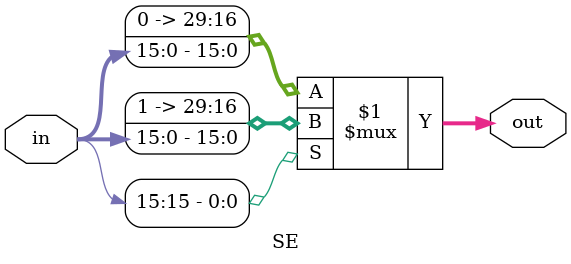
<source format=v>
`timescale 1ns / 1ps
module SE(
		input[15:0] in,
		output[29:0] out
    );
assign out = in[15]?{14'b11111111111111,in}:{14'b00000000000000,in};


endmodule

</source>
